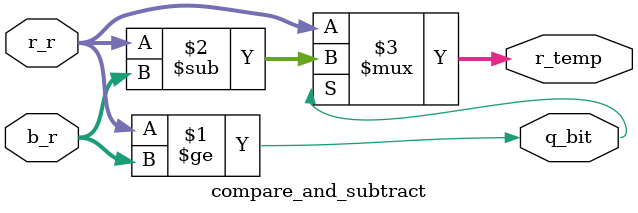
<source format=v>
`timescale 1ns / 1ps

module compare_and_subtract #(
    parameter WIDTH = 8
) (
    input wire [WIDTH-1:0] b_r,
    input wire [WIDTH-1:0] r_r,

    output wire q_bit,
    output wire [WIDTH-1:0] r_temp
);

  assign q_bit  = (r_r >= b_r);
  assign r_temp = (q_bit) ? (r_r - b_r) : r_r;

endmodule

</source>
